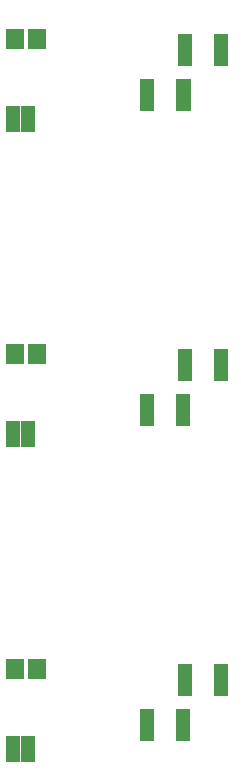
<source format=gbr>
%FSLAX34Y34*%
%MOMM*%
%LNSMDMASK_TOP*%
G71*
G01*
%ADD10R, 1.20X2.70*%
%ADD11R, 1.50X1.80*%
%ADD12R, 1.20X2.20*%
%LPD*%
X494903Y-163512D02*
G54D10*
D03*
G36*
X519462Y-150013D02*
X531462Y-150012D01*
X531463Y-177012D01*
X519463Y-177013D01*
X519462Y-150013D01*
G37*
X401612Y-115912D02*
G54D11*
D03*
X382612Y-115912D02*
G54D11*
D03*
X526653Y-125412D02*
G54D10*
D03*
G36*
X551212Y-111913D02*
X563212Y-111912D01*
X563213Y-138912D01*
X551213Y-138913D01*
X551212Y-111913D01*
G37*
X381000Y-184150D02*
G54D12*
D03*
X393700Y-184150D02*
G54D12*
D03*
X494903Y-430212D02*
G54D10*
D03*
X525462Y-430212D02*
G54D10*
D03*
X401612Y-382612D02*
G54D11*
D03*
X382612Y-382612D02*
G54D11*
D03*
X526653Y-392112D02*
G54D10*
D03*
X557212Y-392112D02*
G54D10*
D03*
X381000Y-450850D02*
G54D12*
D03*
X393700Y-450850D02*
G54D12*
D03*
X494903Y-696912D02*
G54D10*
D03*
X525462Y-696912D02*
G54D10*
D03*
X401612Y-649312D02*
G54D11*
D03*
X382612Y-649312D02*
G54D11*
D03*
X526653Y-658812D02*
G54D10*
D03*
X557212Y-658812D02*
G54D10*
D03*
X381000Y-717550D02*
G54D12*
D03*
X393700Y-717550D02*
G54D12*
D03*
M02*

</source>
